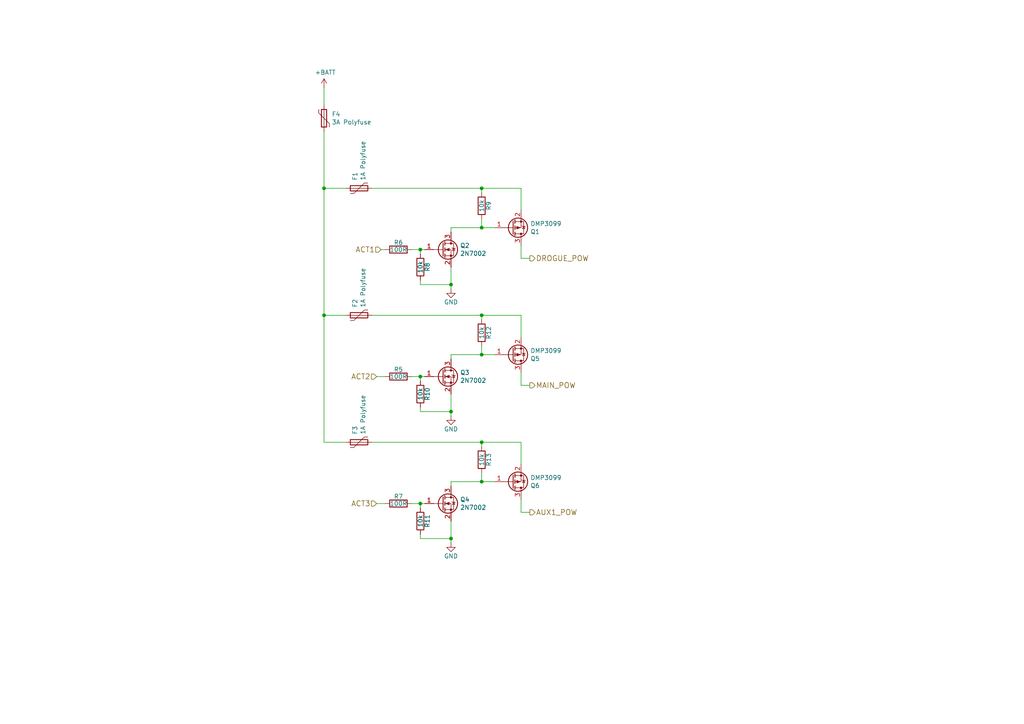
<source format=kicad_sch>
(kicad_sch (version 20211123) (generator eeschema)
  (paper "A4")
  (lib_symbols
    (symbol "Device:Polyfuse" (pin_numbers hide) (pin_names (offset 0))
      (property "Reference" "F" (at -2.54 0 90))
      (property "Value" "Polyfuse" (at 2.54 0 90))
      (symbol "Polyfuse_0_1"
        (rectangle (start -0.762 2.54) (end 0.762 -2.54) (stroke (width 0.254)))
        (polyline (pts (xy 0 2.54) (xy 0 -2.54)))
        (polyline (pts (xy -1.524 2.54) (xy -1.524 1.524) (xy 1.524 -1.524) (xy 1.524 -2.54)))
      )
      (symbol "Polyfuse_1_1"
        (pin passive line (at 0 3.81 270) (length 1.27) (name "~") (number "1"))
        (pin passive line (at 0 -3.81 90) (length 1.27) (name "~") (number "2"))
      )
    )
    (symbol "Device:Q_PMOS_GSD" (pin_names (offset 0) hide)
      (property "Reference" "Q" (at 5.08 1.27 0))
      (property "Value" "Q_PMOS_GSD" (at 5.08 -1.27 0))
      (symbol "Q_PMOS_GSD_0_1"
        (polyline (pts (xy 0.254 0) (xy -2.54 0)))
        (polyline (pts (xy 0.254 1.905) (xy 0.254 -1.905)) (stroke (width 0.254)))
        (polyline (pts (xy 0.762 -1.27) (xy 0.762 -2.286)) (stroke (width 0.254)))
        (polyline (pts (xy 0.762 0.508) (xy 0.762 -0.508)) (stroke (width 0.254)))
        (polyline (pts (xy 0.762 2.286) (xy 0.762 1.27)) (stroke (width 0.254)))
        (polyline (pts (xy 2.54 2.54) (xy 2.54 1.778)))
        (polyline (pts (xy 2.54 -2.54) (xy 2.54 0) (xy 0.762 0)))
        (polyline (pts (xy 0.762 1.778) (xy 3.302 1.778) (xy 3.302 -1.778) (xy 0.762 -1.778)))
        (polyline (pts (xy 2.286 0) (xy 1.27 0.381) (xy 1.27 -0.381) (xy 2.286 0)) (fill (type outline)))
        (polyline (pts (xy 2.794 -0.508) (xy 2.921 -0.381) (xy 3.683 -0.381) (xy 3.81 -0.254)))
        (polyline (pts (xy 3.302 -0.381) (xy 2.921 0.254) (xy 3.683 0.254) (xy 3.302 -0.381)))
        (circle (center 1.651 0) (radius 2.794) (stroke (width 0.254)))
        (circle (center 2.54 -1.778) (radius 0.254) (fill (type outline)))
        (circle (center 2.54 1.778) (radius 0.254) (fill (type outline)))
      )
      (symbol "Q_PMOS_GSD_1_1"
        (pin input line (at -5.08 0 0) (length 2.54) (name "G") (number "1"))
        (pin passive line (at 2.54 -5.08 90) (length 2.54) (name "S") (number "2"))
        (pin passive line (at 2.54 5.08 270) (length 2.54) (name "D") (number "3"))
      )
    )
    (symbol "Device:R" (pin_numbers hide) (pin_names (offset 0))
      (property "Reference" "R" (at 2.032 0 90))
      (property "Value" "R" (at 0 0 90))
      (symbol "R_0_1"
        (rectangle (start -1.016 -2.54) (end 1.016 2.54) (stroke (width 0.254)))
      )
      (symbol "R_1_1"
        (pin passive line (at 0 3.81 270) (length 1.27) (name "~") (number "1"))
        (pin passive line (at 0 -3.81 90) (length 1.27) (name "~") (number "2"))
      )
    )
    (symbol "Transistor_FET:2N7002" (pin_names hide)
      (property "Reference" "Q" (at 5.08 1.905 0))
      (property "Value" "2N7002" (at 5.08 0 0))
      (symbol "2N7002_0_1"
        (polyline (pts (xy 0.254 0) (xy -2.54 0)))
        (polyline (pts (xy 0.254 1.905) (xy 0.254 -1.905)) (stroke (width 0.254)))
        (polyline (pts (xy 0.762 -1.27) (xy 0.762 -2.286)) (stroke (width 0.254)))
        (polyline (pts (xy 0.762 0.508) (xy 0.762 -0.508)) (stroke (width 0.254)))
        (polyline (pts (xy 0.762 2.286) (xy 0.762 1.27)) (stroke (width 0.254)))
        (polyline (pts (xy 2.54 2.54) (xy 2.54 1.778)))
        (polyline (pts (xy 2.54 -2.54) (xy 2.54 0) (xy 0.762 0)))
        (polyline (pts (xy 0.762 -1.778) (xy 3.302 -1.778) (xy 3.302 1.778) (xy 0.762 1.778)))
        (polyline (pts (xy 1.016 0) (xy 2.032 0.381) (xy 2.032 -0.381) (xy 1.016 0)) (fill (type outline)))
        (polyline (pts (xy 2.794 0.508) (xy 2.921 0.381) (xy 3.683 0.381) (xy 3.81 0.254)))
        (polyline (pts (xy 3.302 0.381) (xy 2.921 -0.254) (xy 3.683 -0.254) (xy 3.302 0.381)))
        (circle (center 1.651 0) (radius 2.794) (stroke (width 0.254)))
        (circle (center 2.54 -1.778) (radius 0.254) (fill (type outline)))
        (circle (center 2.54 1.778) (radius 0.254) (fill (type outline)))
      )
      (symbol "2N7002_1_1"
        (pin input line (at -5.08 0 0) (length 2.54) (name "G") (number "1"))
        (pin passive line (at 2.54 -5.08 90) (length 2.54) (name "S") (number "2"))
        (pin passive line (at 2.54 5.08 270) (length 2.54) (name "D") (number "3"))
      )
    )
    (symbol "power:+BATT" (power) (pin_names (offset 0))
      (property "Value" "+BATT" (at 0 3.556 0))
      (symbol "+BATT_0_1"
        (polyline (pts (xy -0.762 1.27) (xy 0 2.54)))
        (polyline (pts (xy 0 0) (xy 0 2.54)))
        (polyline (pts (xy 0 2.54) (xy 0.762 1.27)))
      )
      (symbol "+BATT_1_1"
        (pin power_in line (at 0 0 90) (length 0) hide (name "+BATT") (number "1"))
      )
    )
    (symbol "power:GND" (power) (pin_names (offset 0))
      (property "Value" "GND" (at 0 -3.81 0))
      (symbol "GND_0_1"
        (polyline (pts (xy 0 0) (xy 0 -1.27) (xy 1.27 -1.27) (xy 0 -2.54) (xy -1.27 -1.27) (xy 0 -1.27)))
      )
      (symbol "GND_1_1"
        (pin power_in line (at 0 0 270) (length 0) hide (name "GND") (number "1"))
      )
    )
  )
  (junction (at 93.98 91.44))
  (junction (at 139.7 91.44))
  (junction (at 121.92 146.05))
  (junction (at 93.98 54.61))
  (junction (at 139.7 54.61))
  (junction (at 139.7 139.7))
  (junction (at 130.81 156.21))
  (junction (at 130.81 82.55))
  (junction (at 130.81 119.38))
  (junction (at 139.7 102.87))
  (junction (at 121.92 109.22))
  (junction (at 121.92 72.39))
  (junction (at 139.7 66.04))
  (junction (at 139.7 128.27))
  (wire (pts (xy 110.49 72.39) (xy 111.76 72.39)))
  (wire (pts (xy 130.81 114.3) (xy 130.81 119.38)))
  (wire (pts (xy 139.7 100.33) (xy 139.7 102.87)))
  (wire (pts (xy 130.81 77.47) (xy 130.81 82.55)))
  (wire (pts (xy 121.92 147.32) (xy 121.92 146.05)))
  (wire (pts (xy 93.98 54.61) (xy 93.98 91.44)))
  (wire (pts (xy 139.7 55.88) (xy 139.7 54.61)))
  (wire (pts (xy 121.92 82.55) (xy 130.81 82.55)))
  (wire (pts (xy 151.13 111.76) (xy 151.13 107.95)))
  (wire (pts (xy 151.13 54.61) (xy 151.13 60.96)))
  (wire (pts (xy 130.81 119.38) (xy 130.81 120.65)))
  (wire (pts (xy 93.98 38.1) (xy 93.98 54.61)))
  (wire (pts (xy 139.7 54.61) (xy 151.13 54.61)))
  (wire (pts (xy 139.7 63.5) (xy 139.7 66.04)))
  (wire (pts (xy 153.67 148.59) (xy 151.13 148.59)))
  (wire (pts (xy 93.98 128.27) (xy 100.33 128.27)))
  (wire (pts (xy 121.92 110.49) (xy 121.92 109.22)))
  (wire (pts (xy 139.7 128.27) (xy 151.13 128.27)))
  (wire (pts (xy 130.81 82.55) (xy 130.81 83.82)))
  (wire (pts (xy 139.7 129.54) (xy 139.7 128.27)))
  (wire (pts (xy 130.81 139.7) (xy 130.81 140.97)))
  (wire (pts (xy 121.92 119.38) (xy 130.81 119.38)))
  (wire (pts (xy 130.81 151.13) (xy 130.81 156.21)))
  (wire (pts (xy 139.7 139.7) (xy 143.51 139.7)))
  (wire (pts (xy 109.22 109.22) (xy 111.76 109.22)))
  (wire (pts (xy 139.7 66.04) (xy 143.51 66.04)))
  (wire (pts (xy 93.98 25.4) (xy 93.98 30.48)))
  (wire (pts (xy 119.38 146.05) (xy 121.92 146.05)))
  (wire (pts (xy 119.38 109.22) (xy 121.92 109.22)))
  (wire (pts (xy 130.81 156.21) (xy 130.81 157.48)))
  (wire (pts (xy 130.81 66.04) (xy 130.81 67.31)))
  (wire (pts (xy 139.7 92.71) (xy 139.7 91.44)))
  (wire (pts (xy 139.7 102.87) (xy 143.51 102.87)))
  (wire (pts (xy 121.92 81.28) (xy 121.92 82.55)))
  (wire (pts (xy 107.95 128.27) (xy 139.7 128.27)))
  (wire (pts (xy 93.98 54.61) (xy 100.33 54.61)))
  (wire (pts (xy 107.95 91.44) (xy 139.7 91.44)))
  (wire (pts (xy 121.92 72.39) (xy 123.19 72.39)))
  (wire (pts (xy 151.13 74.93) (xy 151.13 71.12)))
  (wire (pts (xy 130.81 102.87) (xy 130.81 104.14)))
  (wire (pts (xy 130.81 102.87) (xy 139.7 102.87)))
  (wire (pts (xy 130.81 139.7) (xy 139.7 139.7)))
  (wire (pts (xy 121.92 118.11) (xy 121.92 119.38)))
  (wire (pts (xy 151.13 91.44) (xy 151.13 97.79)))
  (wire (pts (xy 130.81 66.04) (xy 139.7 66.04)))
  (wire (pts (xy 109.22 146.05) (xy 111.76 146.05)))
  (wire (pts (xy 151.13 148.59) (xy 151.13 144.78)))
  (wire (pts (xy 121.92 146.05) (xy 123.19 146.05)))
  (wire (pts (xy 93.98 91.44) (xy 93.98 128.27)))
  (wire (pts (xy 139.7 91.44) (xy 151.13 91.44)))
  (wire (pts (xy 119.38 72.39) (xy 121.92 72.39)))
  (wire (pts (xy 153.67 74.93) (xy 151.13 74.93)))
  (wire (pts (xy 151.13 128.27) (xy 151.13 134.62)))
  (wire (pts (xy 107.95 54.61) (xy 139.7 54.61)))
  (wire (pts (xy 121.92 73.66) (xy 121.92 72.39)))
  (wire (pts (xy 139.7 137.16) (xy 139.7 139.7)))
  (wire (pts (xy 121.92 109.22) (xy 123.19 109.22)))
  (wire (pts (xy 153.67 111.76) (xy 151.13 111.76)))
  (wire (pts (xy 121.92 154.94) (xy 121.92 156.21)))
  (wire (pts (xy 121.92 156.21) (xy 130.81 156.21)))
  (wire (pts (xy 93.98 91.44) (xy 100.33 91.44)))
  (hierarchical_label "ACT1" (shape input) (at 110.49 72.39 180) (effects (font (size 1.524 1.524))))
  (hierarchical_label "ACT3" (shape input) (at 109.22 146.05 180) (effects (font (size 1.524 1.524))))
  (hierarchical_label "ACT2" (shape input) (at 109.22 109.22 180) (effects (font (size 1.524 1.524))))
  (hierarchical_label "MAIN_POW" (shape output) (at 153.67 111.76 0) (effects (font (size 1.524 1.524))))
  (hierarchical_label "DROGUE_POW" (shape output) (at 153.67 74.93 0) (effects (font (size 1.524 1.524))))
  (hierarchical_label "AUX1_POW" (shape output) (at 153.67 148.59 0) (effects (font (size 1.524 1.524))))
  (symbol (lib_id "Device:R") (at 139.7 59.69 0) (unit 1)
    (property "Reference" "R9" (at 141.732 59.69 90))
    (property "Value" "10k" (at 139.7 59.69 90))
    (property "Footprint" "Resistor_SMD:R_0603_1608Metric_Pad1.05x0.95mm_HandSolder" (effects hide))
  )
  (symbol (lib_id "power:+BATT") (at 93.98 25.4 0) (unit 1)
    (property "Reference" "#PWR027" (effects hide))
    (property "Value" "+BATT" (at 94.361 21.0058 0))
  )
  (symbol (lib_id "Device:Polyfuse") (at 104.14 54.61 90) (unit 1)
    (property "Reference" "F1" (at 102.9716 52.3748 0) (effects (justify left)))
    (property "Value" "1A Polyfuse" (at 105.283 52.3748 0) (effects (justify left)))
    (property "Footprint" "Fuse:Fuse_1206_3216Metric_Pad1.42x1.75mm_HandSolder" (effects hide))
  )
  (symbol (lib_id "Device:Polyfuse") (at 104.14 91.44 90) (unit 1)
    (property "Reference" "F2" (at 102.9716 89.2048 0) (effects (justify left)))
    (property "Value" "1A Polyfuse" (at 105.283 89.2048 0) (effects (justify left)))
    (property "Footprint" "Fuse:Fuse_1206_3216Metric_Pad1.42x1.75mm_HandSolder" (effects hide))
  )
  (symbol (lib_id "Device:Polyfuse") (at 104.14 128.27 90) (unit 1)
    (property "Reference" "F3" (at 102.9716 126.0348 0) (effects (justify left)))
    (property "Value" "1A Polyfuse" (at 105.283 126.0348 0) (effects (justify left)))
    (property "Footprint" "Fuse:Fuse_1206_3216Metric_Pad1.42x1.75mm_HandSolder" (effects hide))
  )
  (symbol (lib_id "Transistor_FET:2N7002") (at 128.27 72.39 0) (unit 1)
    (property "Reference" "Q2" (at 133.4516 71.2216 0) (effects (justify left)))
    (property "Value" "2N7002" (at 133.4516 73.533 0) (effects (justify left)))
    (property "Footprint" "Package_TO_SOT_SMD:SOT-23" (effects hide))
    (property "Datasheet" "https://www.fairchildsemi.com/datasheets/2N/2N7002.pdf" (effects hide))
  )
  (symbol (lib_id "Transistor_FET:2N7002") (at 128.27 109.22 0) (unit 1)
    (property "Reference" "Q3" (at 133.4516 108.0516 0) (effects (justify left)))
    (property "Value" "2N7002" (at 133.4516 110.363 0) (effects (justify left)))
    (property "Footprint" "Package_TO_SOT_SMD:SOT-23" (effects hide))
    (property "Datasheet" "https://www.fairchildsemi.com/datasheets/2N/2N7002.pdf" (effects hide))
  )
  (symbol (lib_id "Transistor_FET:2N7002") (at 128.27 146.05 0) (unit 1)
    (property "Reference" "Q4" (at 133.4516 144.8816 0) (effects (justify left)))
    (property "Value" "2N7002" (at 133.4516 147.193 0) (effects (justify left)))
    (property "Footprint" "Package_TO_SOT_SMD:SOT-23" (effects hide))
    (property "Datasheet" "https://www.fairchildsemi.com/datasheets/2N/2N7002.pdf" (effects hide))
  )
  (symbol (lib_id "power:GND") (at 130.81 83.82 0) (unit 1)
    (property "Reference" "#PWR?" (effects hide))
    (property "Value" "GND" (at 130.81 87.63 0))
  )
  (symbol (lib_id "Device:R") (at 121.92 77.47 0) (unit 1)
    (property "Reference" "R8" (at 123.952 77.47 90))
    (property "Value" "10k" (at 121.92 77.47 90))
    (property "Footprint" "Resistor_SMD:R_0603_1608Metric_Pad1.05x0.95mm_HandSolder" (effects hide))
  )
  (symbol (lib_id "Device:R") (at 139.7 96.52 0) (unit 1)
    (property "Reference" "R12" (at 141.732 96.52 90))
    (property "Value" "10k" (at 139.7 96.52 90))
    (property "Footprint" "Resistor_SMD:R_0603_1608Metric_Pad1.05x0.95mm_HandSolder" (effects hide))
  )
  (symbol (lib_id "Device:Q_PMOS_GSD") (at 148.59 102.87 0) (mirror x) (unit 1)
    (property "Reference" "Q5" (at 153.8224 104.0384 0) (effects (justify left)))
    (property "Value" "DMP3099" (at 153.8224 101.727 0) (effects (justify left)))
    (property "Footprint" "Package_TO_SOT_SMD:SOT-23" (effects hide))
  )
  (symbol (lib_id "Device:R") (at 115.57 109.22 90) (unit 1)
    (property "Reference" "R5" (at 115.57 107.188 90))
    (property "Value" "100R" (at 115.57 109.22 90))
    (property "Footprint" "Resistor_SMD:R_0603_1608Metric_Pad1.05x0.95mm_HandSolder" (effects hide))
  )
  (symbol (lib_id "power:GND") (at 130.81 120.65 0) (unit 1)
    (property "Reference" "#PWR?" (effects hide))
    (property "Value" "GND" (at 130.81 124.46 0))
  )
  (symbol (lib_id "Device:R") (at 121.92 114.3 0) (unit 1)
    (property "Reference" "R10" (at 123.952 114.3 90))
    (property "Value" "10k" (at 121.92 114.3 90))
    (property "Footprint" "Resistor_SMD:R_0603_1608Metric_Pad1.05x0.95mm_HandSolder" (effects hide))
  )
  (symbol (lib_id "Device:R") (at 139.7 133.35 0) (unit 1)
    (property "Reference" "R13" (at 141.732 133.35 90))
    (property "Value" "10k" (at 139.7 133.35 90))
    (property "Footprint" "Resistor_SMD:R_0603_1608Metric_Pad1.05x0.95mm_HandSolder" (effects hide))
  )
  (symbol (lib_id "Device:Q_PMOS_GSD") (at 148.59 139.7 0) (mirror x) (unit 1)
    (property "Reference" "Q6" (at 153.8224 140.8684 0) (effects (justify left)))
    (property "Value" "DMP3099" (at 153.8224 138.557 0) (effects (justify left)))
    (property "Footprint" "Package_TO_SOT_SMD:SOT-23" (effects hide))
  )
  (symbol (lib_id "Device:R") (at 115.57 146.05 90) (unit 1)
    (property "Reference" "R7" (at 115.57 144.018 90))
    (property "Value" "100R" (at 115.57 146.05 90))
    (property "Footprint" "Resistor_SMD:R_0603_1608Metric_Pad1.05x0.95mm_HandSolder" (effects hide))
  )
  (symbol (lib_id "power:GND") (at 130.81 157.48 0) (unit 1)
    (property "Reference" "#PWR?" (effects hide))
    (property "Value" "GND" (at 130.81 161.29 0))
  )
  (symbol (lib_id "Device:R") (at 121.92 151.13 0) (unit 1)
    (property "Reference" "R11" (at 123.952 151.13 90))
    (property "Value" "10k" (at 121.92 151.13 90))
    (property "Footprint" "Resistor_SMD:R_0603_1608Metric_Pad1.05x0.95mm_HandSolder" (effects hide))
  )
  (symbol (lib_id "Device:Polyfuse") (at 93.98 34.29 0) (unit 1)
    (property "Reference" "F4" (at 96.2152 33.1216 0) (effects (justify left)))
    (property "Value" "3A Polyfuse" (at 96.2152 35.433 0) (effects (justify left)))
    (property "Footprint" "Fuse:Fuse_1206_3216Metric_Pad1.42x1.75mm_HandSolder" (effects hide))
  )
  (symbol (lib_id "Device:Q_PMOS_GSD") (at 148.59 66.04 0) (mirror x) (unit 1)
    (property "Reference" "Q1" (at 153.8224 67.2084 0) (effects (justify left)))
    (property "Value" "DMP3099" (at 153.8224 64.897 0) (effects (justify left)))
    (property "Footprint" "Package_TO_SOT_SMD:SOT-23" (effects hide))
  )
  (symbol (lib_id "Device:R") (at 115.57 72.39 90) (unit 1)
    (property "Reference" "R6" (at 115.57 70.358 90))
    (property "Value" "100R" (at 115.57 72.39 90))
    (property "Footprint" "Resistor_SMD:R_0603_1608Metric_Pad1.05x0.95mm_HandSolder" (effects hide))
  )
)
</source>
